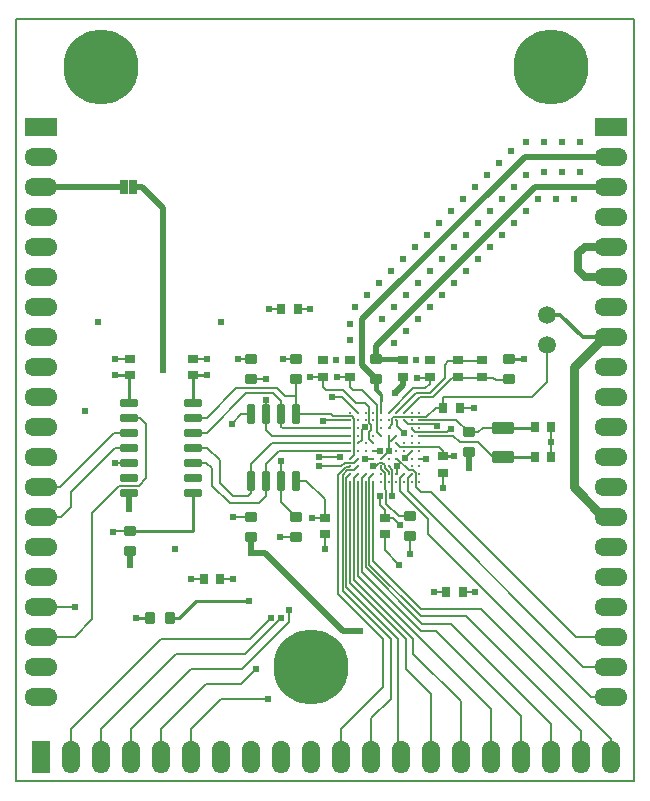
<source format=gtl>
G04*
G04 #@! TF.GenerationSoftware,Altium Limited,Altium Designer,18.0.12 (696)*
G04*
G04 Layer_Physical_Order=1*
G04 Layer_Color=255*
%FSLAX25Y25*%
%MOIN*%
G70*
G01*
G75*
%ADD13C,0.01000*%
%ADD15C,0.00800*%
%ADD16C,0.00500*%
G04:AMPARAMS|DCode=19|XSize=23.62mil|YSize=57.09mil|CornerRadius=1.18mil|HoleSize=0mil|Usage=FLASHONLY|Rotation=90.000|XOffset=0mil|YOffset=0mil|HoleType=Round|Shape=RoundedRectangle|*
%AMROUNDEDRECTD19*
21,1,0.02362,0.05472,0,0,90.0*
21,1,0.02126,0.05709,0,0,90.0*
1,1,0.00236,0.02736,0.01063*
1,1,0.00236,0.02736,-0.01063*
1,1,0.00236,-0.02736,-0.01063*
1,1,0.00236,-0.02736,0.01063*
%
%ADD19ROUNDEDRECTD19*%
G04:AMPARAMS|DCode=20|XSize=25.59mil|YSize=64.96mil|CornerRadius=1.92mil|HoleSize=0mil|Usage=FLASHONLY|Rotation=0.000|XOffset=0mil|YOffset=0mil|HoleType=Round|Shape=RoundedRectangle|*
%AMROUNDEDRECTD20*
21,1,0.02559,0.06112,0,0,0.0*
21,1,0.02175,0.06496,0,0,0.0*
1,1,0.00384,0.01088,-0.03056*
1,1,0.00384,-0.01088,-0.03056*
1,1,0.00384,-0.01088,0.03056*
1,1,0.00384,0.01088,0.03056*
%
%ADD20ROUNDEDRECTD20*%
%ADD22R,0.02500X0.05000*%
G04:AMPARAMS|DCode=23|XSize=39.37mil|YSize=35.43mil|CornerRadius=4.43mil|HoleSize=0mil|Usage=FLASHONLY|Rotation=90.000|XOffset=0mil|YOffset=0mil|HoleType=Round|Shape=RoundedRectangle|*
%AMROUNDEDRECTD23*
21,1,0.03937,0.02657,0,0,90.0*
21,1,0.03051,0.03543,0,0,90.0*
1,1,0.00886,0.01329,0.01526*
1,1,0.00886,0.01329,-0.01526*
1,1,0.00886,-0.01329,-0.01526*
1,1,0.00886,-0.01329,0.01526*
%
%ADD23ROUNDEDRECTD23*%
G04:AMPARAMS|DCode=24|XSize=39.37mil|YSize=35.43mil|CornerRadius=4.43mil|HoleSize=0mil|Usage=FLASHONLY|Rotation=180.000|XOffset=0mil|YOffset=0mil|HoleType=Round|Shape=RoundedRectangle|*
%AMROUNDEDRECTD24*
21,1,0.03937,0.02657,0,0,180.0*
21,1,0.03051,0.03543,0,0,180.0*
1,1,0.00886,-0.01526,0.01329*
1,1,0.00886,0.01526,0.01329*
1,1,0.00886,0.01526,-0.01329*
1,1,0.00886,-0.01526,-0.01329*
%
%ADD24ROUNDEDRECTD24*%
%ADD25R,0.02953X0.03740*%
%ADD26R,0.03740X0.02953*%
G04:AMPARAMS|DCode=43|XSize=39.37mil|YSize=70.87mil|CornerRadius=3.94mil|HoleSize=0mil|Usage=FLASHONLY|Rotation=270.000|XOffset=0mil|YOffset=0mil|HoleType=Round|Shape=RoundedRectangle|*
%AMROUNDEDRECTD43*
21,1,0.03937,0.06299,0,0,270.0*
21,1,0.03150,0.07087,0,0,270.0*
1,1,0.00787,-0.03150,-0.01575*
1,1,0.00787,-0.03150,0.01575*
1,1,0.00787,0.03150,0.01575*
1,1,0.00787,0.03150,-0.01575*
%
%ADD43ROUNDEDRECTD43*%
%ADD44C,0.00984*%
%ADD45C,0.02500*%
%ADD46C,0.03000*%
%ADD47C,0.01200*%
%ADD48C,0.00600*%
%ADD49C,0.01600*%
%ADD50C,0.02000*%
%ADD51C,0.02100*%
%ADD52C,0.01800*%
%ADD53C,0.01400*%
%ADD54C,0.05906*%
%ADD55C,0.25000*%
%ADD56R,0.11000X0.06000*%
%ADD57O,0.11000X0.06000*%
%ADD58R,0.06000X0.11000*%
%ADD59O,0.06000X0.11000*%
%ADD60C,0.02400*%
D13*
X164500Y140602D02*
X169346D01*
X121784Y126784D02*
Y128784D01*
X54500Y54500D02*
X60000Y60000D01*
X51500Y54500D02*
X54500D01*
X162500Y117842D02*
X172942D01*
X173000Y117900D01*
X162500Y108000D02*
X172921D01*
X59228Y83575D02*
Y96179D01*
X59000Y83346D02*
X59228Y83575D01*
X38000Y83346D02*
X59000D01*
X59000Y83346D01*
X142500Y108256D02*
X146044D01*
X37772Y126180D02*
Y135016D01*
X38000Y135244D01*
X59228Y126180D02*
Y135016D01*
X59000Y135244D02*
X59228Y135016D01*
X59000Y135244D02*
X63756D01*
X33244D02*
X38000D01*
X60000Y60000D02*
X77800D01*
X40000Y54500D02*
X44807D01*
D15*
X177000Y133000D02*
Y145500D01*
X172000Y128000D02*
X177000Y133000D01*
X142500Y128000D02*
X172000D01*
X124343Y113500D02*
Y115118D01*
X128409Y140602D02*
X129000Y140012D01*
X124422Y110078D02*
X124500Y110157D01*
X68500Y27500D02*
X84000D01*
X58400Y17400D02*
X68500Y27500D01*
X58400Y8200D02*
Y17400D01*
X75000Y32500D02*
X80000Y37500D01*
X63500Y32500D02*
X75000D01*
X48400Y17400D02*
X63500Y32500D01*
X75500Y37500D02*
X91000Y53000D01*
X58500Y37500D02*
X75500D01*
X38400Y17400D02*
X58500Y37500D01*
X76500Y42500D02*
X88500Y54500D01*
X53500Y42500D02*
X76500D01*
X28400Y17400D02*
X53500Y42500D01*
X78000Y47500D02*
X85000Y54500D01*
X48500Y47500D02*
X78000D01*
X18400Y17400D02*
X48500Y47500D01*
X32847Y83346D02*
X38000D01*
X32500Y83000D02*
X32847Y83346D01*
X25500Y54000D02*
Y89500D01*
X19700Y48200D02*
X25500Y54000D01*
X8400Y58200D02*
X19800D01*
X25500Y89500D02*
X34500Y98500D01*
X8400Y48200D02*
X19700D01*
X131500Y75800D02*
Y81653D01*
X123000Y76900D02*
X127800Y72100D01*
X123000Y76900D02*
Y82244D01*
X142500Y124500D02*
Y128000D01*
X125744Y87756D02*
X128000Y85500D01*
X123000Y87756D02*
X125744D01*
X123000D02*
Y90500D01*
X121500Y92000D02*
X123000Y90500D01*
X121500Y92000D02*
Y95000D01*
X119225Y110000D02*
X121500D01*
X121941Y107441D02*
X124500Y110000D01*
X121784Y107441D02*
X121941D01*
X124343Y113500D02*
X125284D01*
X124500Y110157D02*
Y113343D01*
Y110000D02*
Y110157D01*
X124500Y110157D02*
X124500Y110157D01*
X124343Y113500D02*
X124500Y113343D01*
X88500Y122302D02*
Y126680D01*
X93500Y122302D02*
Y128241D01*
Y134179D01*
X81000Y92680D02*
X83500Y95179D01*
X59228Y106179D02*
X63619D01*
X65500Y104298D01*
Y98500D02*
Y104298D01*
Y98500D02*
X71320Y92680D01*
X81000D01*
X77320Y95000D02*
X78500Y96179D01*
X32680Y116180D02*
X37772D01*
X14700Y98200D02*
X32680Y116180D01*
X8400Y98200D02*
X14700D01*
X8400Y88200D02*
X15200D01*
X18500Y91500D01*
Y96500D01*
X33180Y111179D01*
X37772D01*
X33180Y106179D02*
X37772D01*
Y121179D02*
X41320D01*
X34500Y98500D02*
X41000D01*
X43500Y101000D01*
Y119000D01*
X41320Y121179D02*
X43500Y119000D01*
X78500Y96179D02*
Y100057D01*
X83500Y95179D02*
Y100057D01*
X89759Y128241D02*
X93500D01*
X87000Y131000D02*
X89759Y128241D01*
X85900Y129279D02*
X88500Y126680D01*
X59228Y121179D02*
X63679D01*
X73500Y131000D01*
X87000D01*
X59228Y116180D02*
X63679D01*
X76780Y129279D01*
X85900D01*
X59228Y111179D02*
X63820D01*
X68000Y107000D01*
Y99500D02*
Y107000D01*
Y99500D02*
X72500Y95000D01*
X77320D01*
X91000Y53000D02*
Y57000D01*
X38400Y8200D02*
Y17400D01*
X48400Y8200D02*
Y17400D01*
X28400Y8200D02*
Y17400D01*
X18400Y8200D02*
Y17400D01*
X93500Y100057D02*
X96943D01*
X103000Y94000D01*
Y87756D02*
Y94000D01*
Y77500D02*
Y82244D01*
X72320Y88179D02*
X78500D01*
X88013Y81487D02*
X93500D01*
X89000Y140872D02*
X93500D01*
X74128D02*
X78500D01*
X59000Y140756D02*
X63756D01*
X33244D02*
X38000D01*
X75302Y122302D02*
X78500D01*
X72000Y119000D02*
X75302Y122302D01*
X178512Y107921D02*
Y112988D01*
Y117900D01*
X148012Y124500D02*
X152800D01*
X142500Y97700D02*
Y102744D01*
X98756Y87756D02*
X103000D01*
X125284Y113500D02*
X126902Y115118D01*
X108902Y128000D02*
X114107Y122795D01*
X105500Y128000D02*
X108902D01*
X139500Y63000D02*
X143488D01*
X58500Y67500D02*
X62744D01*
X84500Y157500D02*
X88488D01*
D16*
X124343Y117677D02*
X125585Y118919D01*
Y121064D01*
X127000Y118500D02*
X129500Y116000D01*
X127000Y118500D02*
Y120139D01*
X126000Y121478D02*
X136978D01*
X125585Y121064D02*
X126000Y121478D01*
X124343Y117677D02*
X124677D01*
X126902Y120236D02*
X127000Y120139D01*
X130778Y118919D02*
X140081D01*
X129461Y120236D02*
X130778Y118919D01*
X140081D02*
X140500Y118500D01*
X136978Y121478D02*
X140000Y124500D01*
X142500D01*
X143935Y116435D02*
X145000Y117500D01*
X133106Y116435D02*
X143935D01*
X132020Y117520D02*
X133106Y116435D01*
X107500Y101914D02*
X110151Y104565D01*
X107500Y62500D02*
Y101914D01*
Y62500D02*
X122500Y47500D01*
X109000Y102000D02*
X110565Y103565D01*
X109000Y63500D02*
Y102000D01*
Y63500D02*
X125000Y47500D01*
X120500Y116402D02*
Y125500D01*
Y116402D02*
X121784Y115118D01*
X123635Y92365D02*
Y96865D01*
X123026Y97474D02*
X123635Y96865D01*
X123026Y97474D02*
Y102837D01*
X123635Y92365D02*
X127654Y88346D01*
X131000D01*
X128145Y96855D02*
X137500Y87500D01*
Y82500D02*
Y87500D01*
Y82500D02*
X191800Y28200D01*
X128145Y96855D02*
Y101006D01*
X117908Y119349D02*
Y123592D01*
Y119349D02*
X118450Y118808D01*
Y117192D02*
Y118808D01*
X117784Y116526D02*
X118450Y117192D01*
X117784Y114000D02*
Y116526D01*
Y114000D02*
X119225Y112559D01*
X88500Y100057D02*
Y106679D01*
X111548Y107441D02*
X112865Y108758D01*
Y120688D01*
X112000Y121553D02*
X112865Y120688D01*
X126902Y102323D02*
X127000Y102420D01*
X126902Y107441D02*
X127317D01*
X131193Y103565D02*
X132535D01*
X133337Y102762D01*
X128145Y101006D02*
X129461Y102323D01*
X130778Y101081D02*
X132020Y102323D01*
X112790Y103565D02*
X114107Y104882D01*
X115424Y101081D02*
X116666Y102323D01*
X117908Y101006D02*
X119225Y102323D01*
X102500Y120179D02*
X102557Y120236D01*
X111548D01*
X105198Y122302D02*
X105947Y121553D01*
X112000D01*
X93500Y122302D02*
X105198D01*
X112865Y101081D02*
X114107Y102323D01*
X110565Y103565D02*
X112790D01*
X110151Y104565D02*
X111231D01*
X111548Y104882D01*
X110306Y101081D02*
X111548Y102323D01*
X198400Y8200D02*
Y14100D01*
X191800Y28200D02*
X198400D01*
X188400Y8200D02*
Y16600D01*
X178400Y8200D02*
Y19100D01*
X148400Y8200D02*
Y26600D01*
X138400Y8200D02*
Y29100D01*
X158400Y8200D02*
Y24100D01*
X114107Y68393D02*
Y99764D01*
Y68393D02*
X158400Y24100D01*
X112865Y67135D02*
Y101081D01*
X111548Y65952D02*
Y99764D01*
X110306Y64694D02*
Y101081D01*
X168400Y8200D02*
Y21600D01*
X115424Y69576D02*
Y101081D01*
X116666Y71334D02*
Y99764D01*
X117908Y72092D02*
Y101006D01*
X119225Y73275D02*
Y99764D01*
X132500Y42500D02*
X148400Y26600D01*
X132500Y42500D02*
Y47500D01*
X112865Y67135D02*
X132500Y47500D01*
X115424Y69576D02*
X135000Y50000D01*
X140000D01*
X168400Y21600D01*
X116666Y71334D02*
X135500Y52500D01*
X145000D01*
X178400Y19100D01*
X117908Y72092D02*
X135000Y55000D01*
X150000D01*
X188400Y16600D01*
X119225Y73275D02*
X135000Y57500D01*
X155000D01*
X198400Y14100D01*
X130000Y37500D02*
X138400Y29100D01*
X130000Y37500D02*
Y47500D01*
X111548Y65952D02*
X130000Y47500D01*
X110306Y64694D02*
X127500Y47500D01*
X108400Y8200D02*
Y17400D01*
X122500Y31500D01*
Y47500D01*
X118400Y8200D02*
Y20900D01*
X125000Y27500D01*
Y47500D01*
X127500Y9100D02*
X128400Y8200D01*
X127500Y9100D02*
Y47500D01*
X130778Y96722D02*
Y101081D01*
Y96722D02*
X189300Y38200D01*
X198400D01*
X186800Y48200D02*
X198400D01*
X138500Y96500D02*
X186800Y48200D01*
X132020Y117520D02*
Y117677D01*
X134580Y107441D02*
X136941D01*
X142500Y108256D02*
Y110000D01*
X124343Y102323D02*
Y103125D01*
X125585Y95085D02*
Y103640D01*
X124343Y104882D02*
X125585Y103640D01*
X127000Y102420D02*
Y105000D01*
X127317Y107441D02*
X131193Y103565D01*
X129828Y107808D02*
X132020Y110000D01*
X141258Y111242D02*
X142500Y110000D01*
X135000Y96500D02*
X138500D01*
X133337Y98163D02*
Y102762D01*
Y98163D02*
X135000Y96500D01*
X88500Y93180D02*
Y100057D01*
Y93180D02*
X93500Y88179D01*
X126902Y112559D02*
X128219Y111242D01*
X141258D01*
X121784Y104079D02*
Y104882D01*
Y104079D02*
X123026Y102837D01*
X122299Y106124D02*
X123026Y105396D01*
X121270Y106124D02*
X122299D01*
X123026Y104442D02*
Y105396D01*
X119000Y105000D02*
X120146D01*
X121270Y106124D01*
X123026Y104442D02*
X124343Y103125D01*
X112865Y106199D02*
X114107Y107441D01*
X116559D02*
X119225D01*
X108500Y105000D02*
X109699Y106199D01*
X112865D01*
X101000Y108000D02*
X108000D01*
X101000Y105000D02*
X108500D01*
X232Y-7D02*
Y253993D01*
X206232D01*
Y-7D02*
Y253993D01*
X232Y-7D02*
X206232D01*
D19*
X59228Y96179D02*
D03*
Y101180D02*
D03*
Y106179D02*
D03*
Y111179D02*
D03*
Y116180D02*
D03*
Y121179D02*
D03*
Y126180D02*
D03*
X37772Y96179D02*
D03*
Y101180D02*
D03*
Y106179D02*
D03*
Y111179D02*
D03*
Y116180D02*
D03*
Y121179D02*
D03*
Y126180D02*
D03*
D20*
X78500Y100057D02*
D03*
X83500D02*
D03*
X88500D02*
D03*
X93500D02*
D03*
X78500Y122302D02*
D03*
X83500D02*
D03*
X88500D02*
D03*
X93500D02*
D03*
D22*
X39243Y198000D02*
D03*
X36000D02*
D03*
D23*
X51500Y54500D02*
D03*
X44807D02*
D03*
D24*
X38000Y83346D02*
D03*
Y76653D02*
D03*
X78500Y81487D02*
D03*
Y88179D02*
D03*
X131500Y81653D02*
D03*
Y88346D02*
D03*
X164500Y134153D02*
D03*
Y140847D02*
D03*
X151000Y116268D02*
D03*
Y109575D02*
D03*
X93500Y88179D02*
D03*
Y81487D02*
D03*
X78500Y134179D02*
D03*
Y140872D02*
D03*
X93500Y134179D02*
D03*
Y140872D02*
D03*
X120000Y134153D02*
D03*
Y140847D02*
D03*
D25*
X149000Y63000D02*
D03*
X143488D02*
D03*
X68256Y67500D02*
D03*
X62744D02*
D03*
X94000Y157500D02*
D03*
X88488D02*
D03*
X142500Y124500D02*
D03*
X148012D02*
D03*
X178512Y107921D02*
D03*
X173000D02*
D03*
X178512Y117900D02*
D03*
X173000D02*
D03*
D26*
X142500Y108256D02*
D03*
Y102744D02*
D03*
X123000Y87756D02*
D03*
Y82244D02*
D03*
X103000Y87756D02*
D03*
Y82244D02*
D03*
X138000Y134744D02*
D03*
Y140256D02*
D03*
X111500Y134744D02*
D03*
Y140256D02*
D03*
X102500Y134744D02*
D03*
Y140256D02*
D03*
X59000Y135244D02*
D03*
Y140756D02*
D03*
X38000Y135244D02*
D03*
Y140756D02*
D03*
X147500Y134744D02*
D03*
Y140256D02*
D03*
X155500Y134744D02*
D03*
Y140256D02*
D03*
X129000Y134744D02*
D03*
Y140256D02*
D03*
D43*
X162500Y108000D02*
D03*
Y117842D02*
D03*
D44*
X134580Y122795D02*
D03*
Y120236D02*
D03*
Y117677D02*
D03*
Y115118D02*
D03*
Y112559D02*
D03*
Y110000D02*
D03*
Y107441D02*
D03*
Y104882D02*
D03*
Y102323D02*
D03*
Y99764D02*
D03*
X132020Y122795D02*
D03*
Y120236D02*
D03*
Y117677D02*
D03*
Y115118D02*
D03*
Y112559D02*
D03*
Y110000D02*
D03*
Y107441D02*
D03*
Y104882D02*
D03*
Y102323D02*
D03*
Y99764D02*
D03*
X129461Y122795D02*
D03*
Y120236D02*
D03*
Y112559D02*
D03*
Y110000D02*
D03*
Y102323D02*
D03*
Y99764D02*
D03*
X126902Y122795D02*
D03*
Y120236D02*
D03*
Y115118D02*
D03*
Y112559D02*
D03*
Y110000D02*
D03*
Y107441D02*
D03*
Y102323D02*
D03*
Y99764D02*
D03*
X124343Y122795D02*
D03*
Y120236D02*
D03*
Y117677D02*
D03*
Y115118D02*
D03*
Y107441D02*
D03*
Y104882D02*
D03*
Y102323D02*
D03*
Y99764D02*
D03*
X121784Y122795D02*
D03*
Y120236D02*
D03*
Y117677D02*
D03*
Y115118D02*
D03*
Y107441D02*
D03*
Y104882D02*
D03*
Y102323D02*
D03*
Y99764D02*
D03*
X119225Y122795D02*
D03*
Y120236D02*
D03*
Y115118D02*
D03*
Y112559D02*
D03*
Y110000D02*
D03*
Y107441D02*
D03*
Y102323D02*
D03*
Y99764D02*
D03*
X116666Y122795D02*
D03*
Y120236D02*
D03*
Y112559D02*
D03*
Y110000D02*
D03*
Y102323D02*
D03*
Y99764D02*
D03*
X114107Y122795D02*
D03*
Y120236D02*
D03*
Y117677D02*
D03*
Y115118D02*
D03*
Y112559D02*
D03*
Y110000D02*
D03*
Y107441D02*
D03*
Y104882D02*
D03*
Y102323D02*
D03*
Y99764D02*
D03*
X111548Y122795D02*
D03*
Y120236D02*
D03*
Y117677D02*
D03*
Y115118D02*
D03*
Y112559D02*
D03*
Y110000D02*
D03*
Y107441D02*
D03*
Y104882D02*
D03*
Y102323D02*
D03*
Y99764D02*
D03*
D45*
X189700Y178200D02*
X198400D01*
X187500Y176000D02*
X189700Y178200D01*
X187500Y170500D02*
Y176000D01*
Y170500D02*
X189800Y168200D01*
X198400D01*
D46*
X186000Y138000D02*
X196000Y148000D01*
X195800Y88200D02*
X198400D01*
X186000Y98000D02*
X195800Y88200D01*
X186000Y98000D02*
Y138000D01*
D47*
X196000Y148000D02*
X198200D01*
X189000D02*
X196000D01*
X198200D02*
X198400Y148200D01*
X181500Y155500D02*
X189000Y148000D01*
X177000Y155500D02*
X181500D01*
X120000Y133909D02*
X120346D01*
D48*
X146768Y120500D02*
X151000Y116268D01*
X139672Y120500D02*
X146768D01*
X139408Y120236D02*
X139672Y120500D01*
X134580Y120236D02*
X139408D01*
X134580Y115118D02*
X145882D01*
X145500Y134500D02*
X159256D01*
X144256Y140012D02*
X155500D01*
X133756Y134500D02*
X138000D01*
X121784Y122795D02*
Y126784D01*
X143000Y138756D02*
X144256Y140012D01*
X98256Y134744D02*
X102500D01*
X107244D02*
X111500D01*
X139000Y128000D02*
X145500Y134500D01*
X134666Y128000D02*
X139000D01*
X132548Y131000D02*
X136500D01*
X124343Y122795D02*
X132548Y131000D01*
X138000Y132500D02*
Y134500D01*
X136500Y131000D02*
X138000Y132500D01*
Y129500D02*
X143000Y134500D01*
X133607Y129500D02*
X138000D01*
X126902Y122795D02*
X133607Y129500D01*
X129461Y122795D02*
X134666Y128000D01*
X143000Y134500D02*
Y138756D01*
X111500Y131500D02*
Y134744D01*
Y131500D02*
X112500Y130500D01*
X115500D01*
X120500Y125500D01*
X102500Y131500D02*
Y134744D01*
Y131500D02*
X103500Y130500D01*
X109000D01*
X113500Y126000D01*
X116500D01*
X117908Y124592D01*
Y123592D02*
Y124592D01*
X115399Y113851D02*
Y116899D01*
X114107Y112559D02*
X115399Y113851D01*
Y116899D02*
X116500Y118000D01*
X85561Y115118D02*
X111548D01*
X83500Y117180D02*
X85561Y115118D01*
X78500Y105680D02*
X85379Y112559D01*
X111548D01*
X78500Y100057D02*
Y105680D01*
X83500Y100057D02*
Y105680D01*
X88500Y118180D02*
X89002Y117677D01*
X111548D01*
X78500Y134179D02*
X83500D01*
X88500Y118180D02*
Y122302D01*
X83500D02*
Y127180D01*
Y117180D02*
Y122302D01*
X154000Y113000D02*
X159000Y108000D01*
X162500D01*
X145882Y115118D02*
X148000Y113000D01*
X154000D01*
X151000Y116268D02*
X154268D01*
X155842Y117842D01*
X162500D01*
X172921Y108000D02*
X173000Y107921D01*
X159256Y134500D02*
X160000Y133756D01*
X164347D01*
X164500Y133909D01*
X83500Y105680D02*
X87821Y110000D01*
X111548D01*
X149000Y63000D02*
X153000D01*
X68256Y67500D02*
X72500D01*
X94000Y157500D02*
X98000D01*
D49*
X120000Y140602D02*
X128409D01*
D50*
X126500Y129500D02*
X129000Y132000D01*
Y134744D01*
X173200Y198200D02*
X198400D01*
X120000Y145000D02*
X173200Y198200D01*
X120000Y140847D02*
Y145000D01*
X8400Y198200D02*
X35800D01*
X36000Y198000D01*
X39243D02*
X42000D01*
X49000Y191000D01*
Y137000D02*
Y191000D01*
X78500Y76000D02*
Y81487D01*
X151000Y104500D02*
Y109575D01*
X37772Y90728D02*
Y96179D01*
X38000Y72000D02*
Y76653D01*
X78500Y76000D02*
X83000D01*
X109000Y50000D01*
X114663D01*
D51*
X169700Y208200D02*
X198400D01*
X115500Y154000D02*
X169700Y208200D01*
X115500Y138654D02*
Y154000D01*
Y138654D02*
X120000Y134153D01*
D52*
Y130569D02*
Y133909D01*
D53*
Y130569D02*
X121784Y128784D01*
D54*
X177000Y155500D02*
D03*
Y145500D02*
D03*
D55*
X98400Y38200D02*
D03*
X28400Y238200D02*
D03*
X178400D02*
D03*
D56*
X8400Y218200D02*
D03*
X198400D02*
D03*
D57*
X8400Y208200D02*
D03*
Y198200D02*
D03*
Y188200D02*
D03*
Y178200D02*
D03*
Y168200D02*
D03*
Y158200D02*
D03*
Y148200D02*
D03*
Y138200D02*
D03*
Y128200D02*
D03*
Y118200D02*
D03*
Y108200D02*
D03*
Y98200D02*
D03*
Y88200D02*
D03*
Y78200D02*
D03*
Y68200D02*
D03*
Y58200D02*
D03*
Y48200D02*
D03*
Y38200D02*
D03*
Y28200D02*
D03*
X198400Y208200D02*
D03*
Y198200D02*
D03*
Y188200D02*
D03*
Y178200D02*
D03*
Y168200D02*
D03*
Y158200D02*
D03*
Y148200D02*
D03*
Y138200D02*
D03*
Y128200D02*
D03*
Y118200D02*
D03*
Y108200D02*
D03*
Y98200D02*
D03*
Y88200D02*
D03*
Y78200D02*
D03*
Y68200D02*
D03*
Y58200D02*
D03*
Y48200D02*
D03*
Y38200D02*
D03*
Y28200D02*
D03*
D58*
X8400Y8200D02*
D03*
D59*
X18400D02*
D03*
X28400D02*
D03*
X38400D02*
D03*
X48400D02*
D03*
X58400D02*
D03*
X68400D02*
D03*
X78400D02*
D03*
X88400D02*
D03*
X98400D02*
D03*
X108400D02*
D03*
X118400D02*
D03*
X128400D02*
D03*
X138400D02*
D03*
X148400D02*
D03*
X158400D02*
D03*
X168400D02*
D03*
X178400D02*
D03*
X188400D02*
D03*
X198400D02*
D03*
D60*
X129500Y116000D02*
D03*
X140500Y118500D02*
D03*
X145000Y117500D02*
D03*
X84000Y27500D02*
D03*
X32500Y83000D02*
D03*
X19800Y58200D02*
D03*
X27500Y153100D02*
D03*
X68600Y153000D02*
D03*
X131500Y75800D02*
D03*
X127800Y72100D02*
D03*
X133400Y140300D02*
D03*
X106900D02*
D03*
X126500Y129500D02*
D03*
X111500Y147000D02*
D03*
Y152500D02*
D03*
X122000Y154000D02*
D03*
X126000Y146000D02*
D03*
X130000Y150000D02*
D03*
X134000Y154000D02*
D03*
X98256Y134744D02*
D03*
X107244D02*
D03*
X128000Y85500D02*
D03*
X121500Y95000D02*
D03*
Y110000D02*
D03*
X124500D02*
D03*
X116500Y118000D02*
D03*
X133756Y134500D02*
D03*
X88500Y106679D02*
D03*
X102500Y120179D02*
D03*
X83500Y127180D02*
D03*
Y134179D02*
D03*
X33180Y106179D02*
D03*
X49000Y137000D02*
D03*
X78500Y76000D02*
D03*
X136941Y107441D02*
D03*
X125585Y95085D02*
D03*
X91000Y57000D02*
D03*
X88500Y54500D02*
D03*
X85000D02*
D03*
X80000Y37500D02*
D03*
X127000Y105000D02*
D03*
X129828Y107808D02*
D03*
X151000Y104500D02*
D03*
X103000Y77500D02*
D03*
X72320Y88179D02*
D03*
X88013Y81487D02*
D03*
X89000Y140872D02*
D03*
X74128D02*
D03*
X63756Y140756D02*
D03*
X33244D02*
D03*
X72000Y119000D02*
D03*
X178512Y112988D02*
D03*
X152800Y124500D02*
D03*
X142500Y97700D02*
D03*
X146044Y108256D02*
D03*
X37772Y90728D02*
D03*
X38000Y72000D02*
D03*
X63756Y135244D02*
D03*
X33244D02*
D03*
X169346Y140602D02*
D03*
X98756Y87756D02*
D03*
X126000Y158000D02*
D03*
X130000Y162000D02*
D03*
X134000Y166000D02*
D03*
X138000Y170000D02*
D03*
X142000Y174000D02*
D03*
X146000Y178000D02*
D03*
X150000Y182000D02*
D03*
X154000Y186000D02*
D03*
X158000Y190000D02*
D03*
X162000Y194000D02*
D03*
X166000Y198000D02*
D03*
X170000Y202000D02*
D03*
X176000Y203000D02*
D03*
X182000D02*
D03*
X188000D02*
D03*
X174000Y194000D02*
D03*
X170000Y190000D02*
D03*
X166000Y186000D02*
D03*
X162000Y182000D02*
D03*
X158000Y178000D02*
D03*
X154000Y174000D02*
D03*
X150000Y170000D02*
D03*
X146000Y166000D02*
D03*
X142000Y162000D02*
D03*
X138000Y158000D02*
D03*
X157000Y202000D02*
D03*
X153000Y198000D02*
D03*
X149000Y194000D02*
D03*
X145000Y190000D02*
D03*
X141000Y186000D02*
D03*
X137000Y182000D02*
D03*
X133000Y178000D02*
D03*
X129000Y174000D02*
D03*
X125000Y170000D02*
D03*
X121000Y166000D02*
D03*
X117000Y162000D02*
D03*
X113000Y158000D02*
D03*
X161000Y206000D02*
D03*
X165000Y210000D02*
D03*
X180000Y194000D02*
D03*
X186000D02*
D03*
X170000Y213000D02*
D03*
X176000D02*
D03*
X182000D02*
D03*
X188000D02*
D03*
X119000Y105000D02*
D03*
X105500Y128000D02*
D03*
X77800Y60000D02*
D03*
X40000Y54500D02*
D03*
X116559Y107441D02*
D03*
X108000Y108000D02*
D03*
X101000D02*
D03*
Y105000D02*
D03*
X114663Y50000D02*
D03*
X53000Y77500D02*
D03*
X23000Y123500D02*
D03*
X139500Y63000D02*
D03*
X153000D02*
D03*
X58500Y67500D02*
D03*
X72500D02*
D03*
X98000Y157500D02*
D03*
X84500D02*
D03*
M02*

</source>
